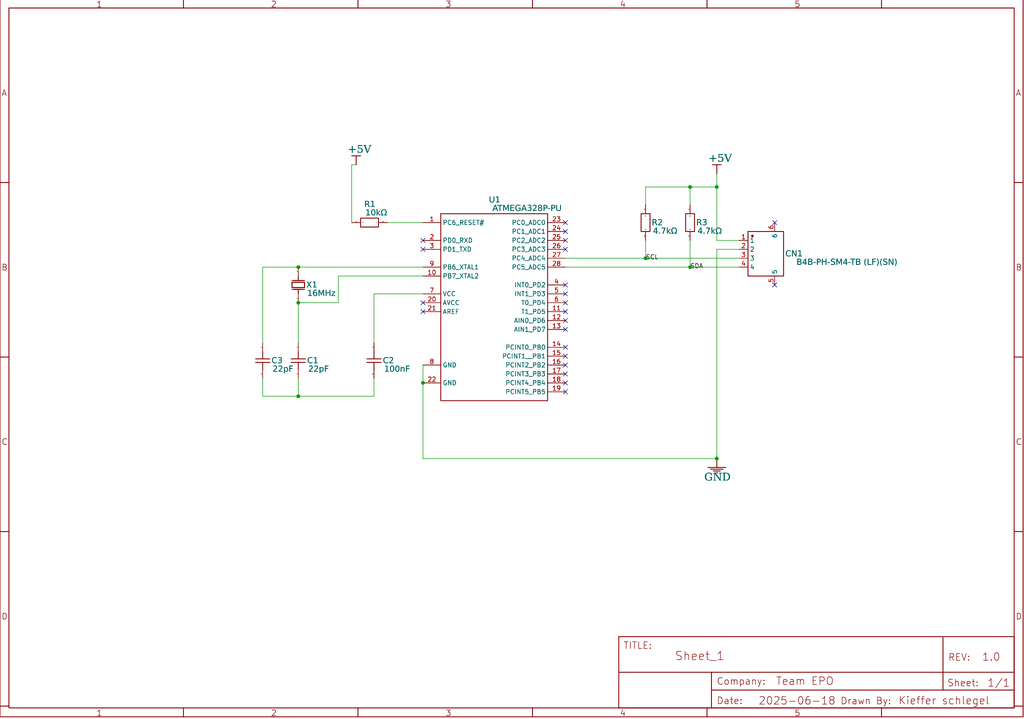
<source format=kicad_sch>
(kicad_sch (version 20250114) (generator "eeschema") (generator_version "9.0")
  (paper "User" 292.1 205.105)
  (lib_symbols
    (symbol "+5V" (power) (pin_numbers (hide yes)) (pin_names (hide yes))
      (property "Value" "+5V" (at 0 -3.81 0))
      (symbol "+5V_0_0"
        (polyline (pts (xy -1.27 -2.54) (xy 1.27 -2.54)) (stroke (width 0.254)))
        (polyline (pts (xy 0 0) (xy 0 -2.54)) (stroke (width 0.254)))
        (pin power_in line (at 0 0 270) (length 0) (name "+5V") (number "1"))
      )
    )
    (symbol "ATMEGA328P-PU"
      (property "Reference" "U1" (at -1.4986 31.4833 0))
      (property "Value" "ATMEGA328P-PU" (at -1.4986 29.1211 0))
      (symbol "ATMEGA328P-PU_0_0"
        (rectangle (start -15.24 26.67) (end 15.24 -26.67) (stroke (width 0.254)))
        (pin bidirectional line (at -20.32 24.13 0) (length 5.08) (name "PC6_RESET#") (number "1"))
        (pin bidirectional line (at -20.32 19.05 0) (length 5.08) (name "PD0_RXD") (number "2"))
        (pin bidirectional line (at -20.32 16.51 0) (length 5.08) (name "PD1_TXD") (number "3"))
        (pin bidirectional line (at -20.32 11.43 0) (length 5.08) (name "PB6_XTAL1") (number "9"))
        (pin bidirectional line (at -20.32 8.89 0) (length 5.08) (name "PB7_XTAL2") (number "10"))
        (pin passive line (at -20.32 3.81 0) (length 5.08) (name "VCC") (number "7"))
        (pin passive line (at -20.32 1.27 0) (length 5.08) (name "AVCC") (number "20"))
        (pin passive line (at -20.32 -1.27 0) (length 5.08) (name "AREF") (number "21"))
        (pin passive line (at -20.32 -16.51 0) (length 5.08) (name "GND") (number "8"))
        (pin passive line (at -20.32 -21.59 0) (length 5.08) (name "GND") (number "22"))
        (pin bidirectional line (at 20.32 24.13 180) (length 5.08) (name "PC0_ADC0") (number "23"))
        (pin bidirectional line (at 20.32 21.59 180) (length 5.08) (name "PC1_ADC1") (number "24"))
        (pin bidirectional line (at 20.32 19.05 180) (length 5.08) (name "PC2_ADC2") (number "25"))
        (pin bidirectional line (at 20.32 16.51 180) (length 5.08) (name "PC3_ADC3") (number "26"))
        (pin bidirectional line (at 20.32 13.97 180) (length 5.08) (name "PC4_ADC4") (number "27"))
        (pin bidirectional line (at 20.32 11.43 180) (length 5.08) (name "PC5_ADC5") (number "28"))
        (pin bidirectional line (at 20.32 6.35 180) (length 5.08) (name "INT0_PD2") (number "4"))
        (pin bidirectional line (at 20.32 3.81 180) (length 5.08) (name "INT1_PD3") (number "5"))
        (pin bidirectional line (at 20.32 1.27 180) (length 5.08) (name "T0_PD4") (number "6"))
        (pin bidirectional line (at 20.32 -1.27 180) (length 5.08) (name "T1_PD5") (number "11"))
        (pin bidirectional line (at 20.32 -3.81 180) (length 5.08) (name "AIN0_PD6") (number "12"))
        (pin bidirectional line (at 20.32 -6.35 180) (length 5.08) (name "AIN1_PD7") (number "13"))
        (pin bidirectional line (at 20.32 -11.43 180) (length 5.08) (name "PCINT0_PB0") (number "14"))
        (pin bidirectional line (at 20.32 -13.97 180) (length 5.08) (name "PCINT1__PB1") (number "15"))
        (pin bidirectional line (at 20.32 -16.51 180) (length 5.08) (name "PCINT2_PB2") (number "16"))
        (pin bidirectional line (at 20.32 -19.05 180) (length 5.08) (name "PCINT3_PB3") (number "17"))
        (pin bidirectional line (at 20.32 -21.59 180) (length 5.08) (name "PCINT4_PB4") (number "18"))
        (pin bidirectional line (at 20.32 -24.13 180) (length 5.08) (name "PCINT5_PB5") (number "19"))
      )
    )
    (symbol "B4B-PH-SM4-TB (LF)(SN)"
      (property "Reference" "CN1" (at 6.858 0.8763 0))
      (property "Value" "B4B-PH-SM4-TB (LF)(SN)" (at 6.858 -1.4859 0))
      (symbol "B4B-PH-SM4-TB (LF)(SN)_0_0"
        (rectangle (start -3.81 6.35) (end 6.35 -6.35) (stroke (width 0.254)))
        (circle (center -2.54 5.08) (radius 0.254) (stroke (width 0.254)) (fill (type outline)))
        (pin unspecified line (at -6.35 3.81 0) (length 2.54) (name "1") (number "1"))
        (pin unspecified line (at -6.35 1.27 0) (length 2.54) (name "2") (number "2"))
        (pin unspecified line (at -6.35 -1.27 0) (length 2.54) (name "3") (number "3"))
        (pin unspecified line (at -6.35 -3.81 0) (length 2.54) (name "4") (number "4"))
        (pin unspecified line (at 3.81 8.89 270) (length 2.54) (name "6") (number "6"))
        (pin unspecified line (at 3.81 -8.89 90) (length 2.54) (name "5") (number "5"))
      )
    )
    (symbol "GND" (power) (pin_numbers (hide yes)) (pin_names (hide yes))
      (property "Value" "GND" (at 0 -6.35 0))
      (symbol "GND_0_0"
        (polyline (pts (xy -2.54 -2.54) (xy 2.54 -2.54)) (stroke (width 0.254)))
        (polyline (pts (xy -1.778 -3.048) (xy 1.778 -3.048)) (stroke (width 0.254)))
        (polyline (pts (xy -1.016 -3.556) (xy 1.016 -3.556)) (stroke (width 0.254)))
        (polyline (pts (xy -0.254 -4.064) (xy 0.254 -4.064)) (stroke (width 0.254)))
        (polyline (pts (xy 0 0) (xy 0 -2.54)) (stroke (width 0.254)))
        (pin power_in line (at 0 0 270) (length 0) (name "GND") (number "1"))
      )
    )
    (symbol "MBB02070C1002FCT00"
      (property "Reference" "R1" (at -1.4986 6.0833 0))
      (property "Value" "10kΩ" (at -1.4986 3.7211 0))
      (symbol "MBB02070C1002FCT00_0_0"
        (rectangle (start -2.54 1.27) (end 2.54 -1.27) (stroke (width 0.254)))
        (pin unspecified line (at -5.08 0 0) (length 2.54) (name "1") (number "1"))
        (pin unspecified line (at 5.08 0 180) (length 2.54) (name "2") (number "2"))
      )
    )
    (symbol "MBB02070C1002FCT00_1"
      (property "Reference" "R2" (at 1.778 0.8763 0))
      (property "Value" "4.7kΩ" (at 1.778 -1.4859 0))
      (symbol "MBB02070C1002FCT00_1_0_0"
        (rectangle (start -1.27 2.54) (end 1.27 -2.54) (stroke (width 0.254)))
        (pin unspecified line (at 0 5.08 270) (length 2.54) (name "2") (number "2"))
        (pin unspecified line (at 0 -5.08 90) (length 2.54) (name "1") (number "1"))
      )
    )
    (symbol "MBB02070C1002FCT00_2"
      (property "Reference" "R3" (at 1.778 0.8763 0))
      (property "Value" "4.7kΩ" (at 1.778 -1.4859 0))
      (symbol "MBB02070C1002FCT00_2_0_0"
        (rectangle (start -1.27 2.54) (end 1.27 -2.54) (stroke (width 0.254)))
        (pin unspecified line (at 0 5.08 270) (length 2.54) (name "2") (number "2"))
        (pin unspecified line (at 0 -5.08 90) (length 2.54) (name "1") (number "1"))
      )
    )
    (symbol "Unknown_0_-806"
      (symbol "Unknown_0_-806_0_0"
        (rectangle (start 0 0) (end 291.846 -204.724) (stroke (width 0.254)))
        (rectangle (start 2.54 -2.54) (end 289.306 -202.184) (stroke (width 0.254)))
        (polyline (pts (xy 2.54 -52.324) (xy 0 -52.324)) (stroke (width 0.254)))
        (polyline (pts (xy 2.54 -102.108) (xy 0 -102.108)) (stroke (width 0.254)))
        (polyline (pts (xy 2.54 -151.892) (xy 0 -151.892)) (stroke (width 0.254)))
        (polyline (pts (xy 2.54 -201.676) (xy 0 -201.676)) (stroke (width 0.254)))
        (polyline (pts (xy 52.324 -2.54) (xy 52.324 0)) (stroke (width 0.254)))
        (polyline (pts (xy 52.324 -202.184) (xy 52.324 -204.724)) (stroke (width 0.254)))
        (polyline (pts (xy 102.108 -2.54) (xy 102.108 0)) (stroke (width 0.254)))
        (polyline (pts (xy 102.108 -202.184) (xy 102.108 -204.724)) (stroke (width 0.254)))
        (polyline (pts (xy 151.892 -2.54) (xy 151.892 0)) (stroke (width 0.254)))
        (polyline (pts (xy 151.892 -202.184) (xy 151.892 -204.724)) (stroke (width 0.254)))
        (rectangle (start 176.5046 -181.864) (end 289.2806 -202.184) (stroke (width 0.254)))
        (polyline (pts (xy 176.53 -192.024) (xy 289.052 -192.024)) (stroke (width 0.254)))
        (polyline (pts (xy 201.676 -2.54) (xy 201.676 0)) (stroke (width 0.254)))
        (polyline (pts (xy 201.676 -202.184) (xy 201.676 -204.724)) (stroke (width 0.254)))
        (polyline (pts (xy 202.946 -192.024) (xy 202.946 -202.184)) (stroke (width 0.254)))
        (polyline (pts (xy 202.946 -197.104) (xy 289.052 -197.104)) (stroke (width 0.254)))
        (polyline (pts (xy 251.46 -2.54) (xy 251.46 0)) (stroke (width 0.254)))
        (polyline (pts (xy 251.46 -202.184) (xy 251.46 -204.724)) (stroke (width 0.254)))
        (polyline (pts (xy 268.986 -182.118) (xy 268.986 -192.024)) (stroke (width 0.254)))
        (polyline (pts (xy 268.986 -192.024) (xy 268.986 -197.104)) (stroke (width 0.254)))
        (polyline (pts (xy 289.306 -52.324) (xy 291.846 -52.324)) (stroke (width 0.254)))
        (polyline (pts (xy 289.306 -102.108) (xy 291.846 -102.108)) (stroke (width 0.254)))
        (polyline (pts (xy 289.306 -151.892) (xy 291.846 -151.892)) (stroke (width 0.254)))
        (polyline (pts (xy 289.306 -201.676) (xy 291.846 -201.676)) (stroke (width 0.254)))
        (text "A" (at 0.381 -25.7429 0) (effects (font (size 1.6891 1.6891)) (justify left top)))
        (text "B" (at 0.381 -75.5269 0) (effects (font (size 1.6891 1.6891)) (justify left top)))
        (text "C" (at 0.381 -125.3109 0) (effects (font (size 1.6891 1.6891)) (justify left top)))
        (text "D" (at 0.381 -175.0949 0) (effects (font (size 1.6891 1.6891)) (justify left top)))
        (text "1" (at 27.432 -0.4699 0) (effects (font (size 1.6891 1.6891)) (justify left top)))
        (text "1" (at 27.432 -202.6539 0) (effects (font (size 1.6891 1.6891)) (justify left top)))
        (text "2" (at 77.216 -0.4699 0) (effects (font (size 1.6891 1.6891)) (justify left top)))
        (text "2" (at 77.216 -202.6539 0) (effects (font (size 1.6891 1.6891)) (justify left top)))
        (text "3" (at 127 -0.4699 0) (effects (font (size 1.6891 1.6891)) (justify left top)))
        (text "3" (at 127 -202.6539 0) (effects (font (size 1.6891 1.6891)) (justify left top)))
        (text "4" (at 176.784 -0.4699 0) (effects (font (size 1.6891 1.6891)) (justify left top)))
        (text "4" (at 176.784 -202.6539 0) (effects (font (size 1.6891 1.6891)) (justify left top)))
        (text "TITLE:" (at 177.7746 -183.2356 0) (effects (font (size 1.9304 1.9304)) (justify left top)))
        (text "Sheet_1" (at 192.4304 -185.928 0) (effects (font (size 2.413 2.413)) (justify left top)))
        (text "Company:" (at 204.3684 -193.4464 0) (effects (font (size 1.9304 1.9304)) (justify left top)))
        (text "Date:" (at 204.3684 -198.9836 0) (effects (font (size 1.9304 1.9304)) (justify left top)))
        (text "2025-06-18" (at 216.3064 -198.8439 0) (effects (font (size 2.1717 2.1717)) (justify left top)))
        (text "Team EPO" (at 221.2848 -193.2305 0) (effects (font (size 2.1717 2.1717)) (justify left top)))
        (text "5" (at 226.568 -0.4699 0) (effects (font (size 1.6891 1.6891)) (justify left top)))
        (text "5" (at 226.568 -202.6539 0) (effects (font (size 1.6891 1.6891)) (justify left top)))
        (text "Drawn By:" (at 239.6744 -199.0344 0) (effects (font (size 1.9304 1.9304)) (justify left top)))
        (text "Kieffer schlegel" (at 256.1844 -198.7931 0) (effects (font (size 2.1717 2.1717)) (justify left top)))
        (text "Sheet:" (at 270.1544 -193.9036 0) (effects (font (size 1.9304 1.9304)) (justify left top)))
        (text "REV:" (at 270.4084 -186.5884 0) (effects (font (size 1.9304 1.9304)) (justify left top)))
        (text "1.0" (at 280.0604 -186.3471 0) (effects (font (size 2.1717 2.1717)) (justify left top)))
        (text "1/1" (at 281.5844 -193.7639 0) (effects (font (size 2.1717 2.1717)) (justify left top)))
        (text "A" (at 289.687 -25.7429 0) (effects (font (size 1.6891 1.6891)) (justify left top)))
        (text "B" (at 289.687 -75.5269 0) (effects (font (size 1.6891 1.6891)) (justify left top)))
        (text "C" (at 289.687 -125.3109 0) (effects (font (size 1.6891 1.6891)) (justify left top)))
        (text "D" (at 289.687 -175.0949 0) (effects (font (size 1.6891 1.6891)) (justify left top)))
      )
    )
    (symbol "X49SD16MSD2SC"
      (property "Reference" "X1" (at 2.286 0.8763 0))
      (property "Value" "16MHz" (at 2.286 -1.4859 0))
      (symbol "X49SD16MSD2SC_0_0"
        (polyline (pts (xy -1.778 1.27) (xy 1.778 1.27)) (stroke (width 0.254)))
        (polyline (pts (xy -1.778 0.762) (xy 1.778 0.762) (xy 1.778 -0.762) (xy -1.778 -0.762)) (stroke (width 0.254)))
        (polyline (pts (xy -1.778 -0.762) (xy -1.778 0.762)) (stroke (width 0.254)))
        (polyline (pts (xy -1.778 -1.27) (xy 1.778 -1.27)) (stroke (width 0.254)))
        (polyline (pts (xy -1.016 1.27) (xy 1.016 1.27)) (stroke (width 0.254)))
        (polyline (pts (xy -1.016 -1.27) (xy 1.016 -1.27)) (stroke (width 0.254)))
        (polyline (pts (xy 0 2.54) (xy 0 1.524)) (stroke (width 0.254)))
        (polyline (pts (xy 0 -2.54) (xy 0 -1.524)) (stroke (width 0.254)))
        (polyline (pts (xy 1.778 -0.762) (xy -1.778 -0.762) (xy -1.778 0.762) (xy 1.778 0.762) (xy 1.778 -0.762)) (stroke (width 0.254)))
        (pin input line (at 0 5.08 270) (length 2.54) (name "OSC1") (number "1"))
        (pin input line (at 0 -5.08 90) (length 2.54) (name "OSC2") (number "2"))
      )
    )
    (symbol "Y5P102K2KV16CC0224"
      (property "Reference" "C1" (at 2.54 0.8763 0))
      (property "Value" "22pF" (at 2.54 -1.4859 0))
      (symbol "Y5P102K2KV16CC0224_0_0"
        (polyline (pts (xy -2.032 0.508) (xy 2.032 0.508)) (stroke (width 0.254)))
        (polyline (pts (xy 0 2.54) (xy 0 0.508)) (stroke (width 0.254)))
        (polyline (pts (xy 0 -0.508) (xy 0 -2.54)) (stroke (width 0.254)))
        (polyline (pts (xy 2.032 -0.508) (xy -2.032 -0.508)) (stroke (width 0.254)))
        (pin unspecified line (at 0 5.08 270) (length 2.54) (name "2") (number "2"))
        (pin unspecified line (at 0 -5.08 90) (length 2.54) (name "1") (number "1"))
      )
    )
    (symbol "Y5P102K2KV16CC0224_1"
      (property "Reference" "C2" (at 2.54 0.8763 0))
      (property "Value" "100nF" (at 2.54 -1.4859 0))
      (symbol "Y5P102K2KV16CC0224_1_0_0"
        (polyline (pts (xy -2.032 0.508) (xy 2.032 0.508)) (stroke (width 0.254)))
        (polyline (pts (xy 0 2.54) (xy 0 0.508)) (stroke (width 0.254)))
        (polyline (pts (xy 0 -0.508) (xy 0 -2.54)) (stroke (width 0.254)))
        (polyline (pts (xy 2.032 -0.508) (xy -2.032 -0.508)) (stroke (width 0.254)))
        (pin unspecified line (at 0 5.08 270) (length 2.54) (name "2") (number "2"))
        (pin unspecified line (at 0 -5.08 90) (length 2.54) (name "1") (number "1"))
      )
    )
    (symbol "Y5P102K2KV16CC0224_2"
      (property "Reference" "C3" (at 2.54 0.8763 0))
      (property "Value" "22pF" (at 2.54 -1.4859 0))
      (symbol "Y5P102K2KV16CC0224_2_0_0"
        (polyline (pts (xy -2.032 0.508) (xy 2.032 0.508)) (stroke (width 0.254)))
        (polyline (pts (xy 0 2.54) (xy 0 0.508)) (stroke (width 0.254)))
        (polyline (pts (xy 0 -0.508) (xy 0 -2.54)) (stroke (width 0.254)))
        (polyline (pts (xy 2.032 -0.508) (xy -2.032 -0.508)) (stroke (width 0.254)))
        (pin unspecified line (at 0 5.08 270) (length 2.54) (name "2") (number "2"))
        (pin unspecified line (at 0 -5.08 90) (length 2.54) (name "1") (number "1"))
      )
    )
  )
  (junction (at 184.15 73.66))
  (junction (at 85.09 113.03))
  (junction (at 85.09 76.2))
  (junction (at 120.65 109.22))
  (junction (at 85.09 86.36))
  (junction (at 204.47 53.34))
  (junction (at 204.47 130.81))
  (junction (at 196.85 76.2))
  (junction (at 196.85 53.34))
  (no_connect (at 161.29 104.14))
  (no_connect (at 161.29 109.22))
  (no_connect (at 120.65 68.58))
  (no_connect (at 161.29 93.98))
  (no_connect (at 161.29 68.58))
  (no_connect (at 220.98 81.28))
  (no_connect (at 161.29 81.28))
  (no_connect (at 120.65 71.12))
  (no_connect (at 161.29 83.82))
  (no_connect (at 161.29 101.6))
  (no_connect (at 161.29 91.44))
  (no_connect (at 120.65 86.36))
  (no_connect (at 220.98 63.5))
  (no_connect (at 161.29 86.36))
  (no_connect (at 161.29 111.76))
  (no_connect (at 161.29 106.68))
  (no_connect (at 161.29 88.9))
  (no_connect (at 161.29 63.5))
  (no_connect (at 161.29 99.06))
  (no_connect (at 120.65 88.9))
  (no_connect (at 161.29 71.12))
  (no_connect (at 161.29 66.04))
  (wire (pts (xy 196.85 68.58) (xy 196.85 76.2)))
  (wire (pts (xy 161.29 76.2) (xy 196.85 76.2)))
  (wire (pts (xy 74.93 113.03) (xy 85.09 113.03)))
  (wire (pts (xy 100.33 46.99) (xy 101.6 46.99)))
  (wire (pts (xy 85.09 107.95) (xy 85.09 113.03)))
  (wire (pts (xy 184.15 68.58) (xy 184.15 73.66)))
  (wire (pts (xy 85.09 76.2) (xy 120.65 76.2)))
  (wire (pts (xy 184.15 73.66) (xy 210.82 73.66)))
  (wire (pts (xy 106.68 97.79) (xy 106.68 83.82)))
  (wire (pts (xy 204.47 53.34) (xy 204.47 68.58)))
  (wire (pts (xy 74.93 113.03) (xy 74.93 107.95)))
  (wire (pts (xy 184.15 58.42) (xy 184.15 53.34)))
  (wire (pts (xy 204.47 71.12) (xy 204.47 130.81)))
  (wire (pts (xy 210.82 71.12) (xy 204.47 71.12)))
  (wire (pts (xy 196.85 58.42) (xy 196.85 53.34)))
  (wire (pts (xy 74.93 97.79) (xy 74.93 76.2)))
  (wire (pts (xy 96.52 78.74) (xy 120.65 78.74)))
  (wire (pts (xy 106.68 83.82) (xy 120.65 83.82)))
  (wire (pts (xy 204.47 49.53) (xy 204.47 53.34)))
  (wire (pts (xy 96.52 86.36) (xy 96.52 78.74)))
  (wire (pts (xy 106.68 113.03) (xy 85.09 113.03)))
  (wire (pts (xy 74.93 76.2) (xy 85.09 76.2)))
  (wire (pts (xy 85.09 97.79) (xy 85.09 86.36)))
  (wire (pts (xy 204.47 130.81) (xy 120.65 130.81)))
  (wire (pts (xy 184.15 53.34) (xy 196.85 53.34)))
  (wire (pts (xy 204.47 68.58) (xy 210.82 68.58)))
  (wire (pts (xy 120.65 63.5) (xy 110.49 63.5)))
  (wire (pts (xy 161.29 73.66) (xy 184.15 73.66)))
  (wire (pts (xy 196.85 53.34) (xy 204.47 53.34)))
  (wire (pts (xy 210.82 76.2) (xy 196.85 76.2)))
  (wire (pts (xy 120.65 109.22) (xy 120.65 104.14)))
  (wire (pts (xy 85.09 86.36) (xy 96.52 86.36)))
  (wire (pts (xy 106.68 107.95) (xy 106.68 113.03)))
  (wire (pts (xy 100.33 63.5) (xy 100.33 46.99)))
  (wire (pts (xy 120.65 130.81) (xy 120.65 109.22)))
  (label "SCL" (at 184.15 73.66 0))
  (label "SDA" (at 196.85 76.2 0))
  (symbol (lib_id "Y5P102K2KV16CC0224") (at 85.09 102.87 0) (unit 0)
    (property "Reference" "C1" (at 87.63 101.9937 0) (effects (font (size 1.6891 1.6891)) (justify left top)))
    (property "Value" "22pF" (at 87.63 104.3559 0) (effects (font (size 1.6891 1.6891)) (justify left top)))
    (property "Manufacturer Part" "Y5P102K2KV16CC0224" (effects (hide yes)))
    (property "Manufacturer" "KNSCHA(科尼盛)" (effects (hide yes)))
    (property "Supplier Part" "C2887266" (effects (hide yes)))
    (property "Supplier" "LCSC" (effects (hide yes)))
  )
  (symbol (lib_id "MBB02070C1002FCT00_2") (at 196.85 63.5 0) (unit 0)
    (property "Reference" "R3" (at 198.628 62.6237 0) (effects (font (size 1.6891 1.6891)) (justify left top)))
    (property "Value" "4.7kΩ" (at 198.628 64.9859 0) (effects (font (size 1.6891 1.6891)) (justify left top)))
    (property "Manufacturer Part" "MBB02070C1002FCT00" (effects (hide yes)))
    (property "Manufacturer" "VISHAY(威世)" (effects (hide yes)))
    (property "Supplier Part" "C1364513" (effects (hide yes)))
    (property "Supplier" "LCSC" (effects (hide yes)))
  )
  (symbol (lib_id "GND") (at 204.47 130.81 0) (unit 0)
    (property "Reference" "#PWR?" (effects (hide yes)))
    (property "Value" "GND" (at 201.168 137.414 0) (effects (font (size 2.1717 2.1717)) (justify left bottom)))
    (property "Description" "Power symbol creates a global label with name 'GND'" (effects (hide yes)))
  )
  (symbol (lib_id "Y5P102K2KV16CC0224_2") (at 74.93 102.87 0) (unit 0)
    (property "Reference" "C3" (at 77.47 101.9937 0) (effects (font (size 1.6891 1.6891)) (justify left top)))
    (property "Value" "22pF" (at 77.47 104.3559 0) (effects (font (size 1.6891 1.6891)) (justify left top)))
    (property "Manufacturer Part" "Y5P102K2KV16CC0224" (effects (hide yes)))
    (property "Manufacturer" "KNSCHA(科尼盛)" (effects (hide yes)))
    (property "Supplier Part" "C2887266" (effects (hide yes)))
    (property "Supplier" "LCSC" (effects (hide yes)))
  )
  (symbol (lib_id "B4B-PH-SM4-TB (LF)(SN)") (at 217.17 72.39 0) (unit 0)
    (property "Reference" "CN1" (at 224.028 71.5137 0) (effects (font (size 1.6891 1.6891)) (justify left top)))
    (property "Value" "B4B-PH-SM4-TB (LF)(SN)" (at 224.028 73.8759 0) (effects (font (size 1.6891 1.6891)) (justify left top)))
    (property "Manufacturer Part" "B4B-PH-SM4-TB(LF)(SN)" (effects (hide yes)))
    (property "Manufacturer" "JST" (effects (hide yes)))
    (property "Supplier Part" "C160354" (effects (hide yes)))
    (property "Supplier" "LCSC" (effects (hide yes)))
  )
  (symbol (lib_id "X49SD16MSD2SC") (at 85.09 81.28 0) (unit 0)
    (property "Reference" "X1" (at 87.376 80.4037 0) (effects (font (size 1.6891 1.6891)) (justify left top)))
    (property "Value" "16MHz" (at 87.376 82.7659 0) (effects (font (size 1.6891 1.6891)) (justify left top)))
    (property "Manufacturer Part" "X49SD16MSD2SC" (effects (hide yes)))
    (property "Manufacturer" "YXC(扬兴晶振)" (effects (hide yes)))
    (property "Supplier Part" "C16212" (effects (hide yes)))
    (property "Supplier" "LCSC" (effects (hide yes)))
  )
  (symbol (lib_id "Unknown_0_-806") (at 0 -0.254 0) (unit 0)
    (property "Reference" "A" (effects (hide yes)))
    (property "Value" "A" (effects (hide yes)))
    (property "Manufacturer Part" "?" (effects (hide yes)))
  )
  (symbol (lib_id "+5V") (at 204.47 49.53 0) (mirror x) (unit 0)
    (property "Reference" "#PWR?" (effects (hide yes)))
    (property "Value" "+5V" (at 201.93 46.482 0) (effects (font (size 2.1717 2.1717)) (justify left top)))
    (property "Description" "Power symbol creates a global label with name '+5V'" (effects (hide yes)))
  )
  (symbol (lib_id "MBB02070C1002FCT00") (at 105.41 63.5 0) (unit 0)
    (property "Reference" "R1" (at 103.9114 57.4167 0) (effects (font (size 1.6891 1.6891)) (justify left top)))
    (property "Value" "10kΩ" (at 103.9114 59.7789 0) (effects (font (size 1.6891 1.6891)) (justify left top)))
    (property "Manufacturer Part" "MBB02070C1002FCT00" (effects (hide yes)))
    (property "Manufacturer" "VISHAY(威世)" (effects (hide yes)))
    (property "Supplier Part" "C1364513" (effects (hide yes)))
    (property "Supplier" "LCSC" (effects (hide yes)))
  )
  (symbol (lib_id "+5V") (at 101.6 46.99 0) (mirror x) (unit 0)
    (property "Reference" "#PWR?" (effects (hide yes)))
    (property "Value" "+5V" (at 99.06 43.942 0) (effects (font (size 2.1717 2.1717)) (justify left top)))
    (property "Description" "Power symbol creates a global label with name '+5V'" (effects (hide yes)))
  )
  (symbol (lib_id "Y5P102K2KV16CC0224_1") (at 106.68 102.87 0) (unit 0)
    (property "Reference" "C2" (at 109.22 101.9937 0) (effects (font (size 1.6891 1.6891)) (justify left top)))
    (property "Value" "100nF" (at 109.22 104.3559 0) (effects (font (size 1.6891 1.6891)) (justify left top)))
    (property "Manufacturer Part" "Y5P102K2KV16CC0224" (effects (hide yes)))
    (property "Manufacturer" "KNSCHA(科尼盛)" (effects (hide yes)))
    (property "Supplier Part" "C2887266" (effects (hide yes)))
    (property "Supplier" "LCSC" (effects (hide yes)))
  )
  (symbol (lib_id "MBB02070C1002FCT00_1") (at 184.15 63.5 0) (unit 0)
    (property "Reference" "R2" (at 185.928 62.6237 0) (effects (font (size 1.6891 1.6891)) (justify left top)))
    (property "Value" "4.7kΩ" (at 185.928 64.9859 0) (effects (font (size 1.6891 1.6891)) (justify left top)))
    (property "Manufacturer Part" "MBB02070C1002FCT00" (effects (hide yes)))
    (property "Manufacturer" "VISHAY(威世)" (effects (hide yes)))
    (property "Supplier Part" "C1364513" (effects (hide yes)))
    (property "Supplier" "LCSC" (effects (hide yes)))
  )
  (symbol (lib_id "ATMEGA328P-PU") (at 140.97 87.63 0) (unit 0)
    (property "Reference" "U1" (at 139.4714 56.1467 0) (effects (font (size 1.6891 1.6891)) (justify left top)))
    (property "Value" "ATMEGA328P-PU" (at 139.4714 58.5089 0) (effects (font (size 1.6891 1.6891)) (justify left top)))
    (property "Manufacturer Part" "ATMEGA328P-PU" (effects (hide yes)))
    (property "Manufacturer" "MICROCHIP(美国微芯)" (effects (hide yes)))
    (property "Supplier Part" "C33901" (effects (hide yes)))
    (property "Supplier" "LCSC" (effects (hide yes)))
  )
)
</source>
